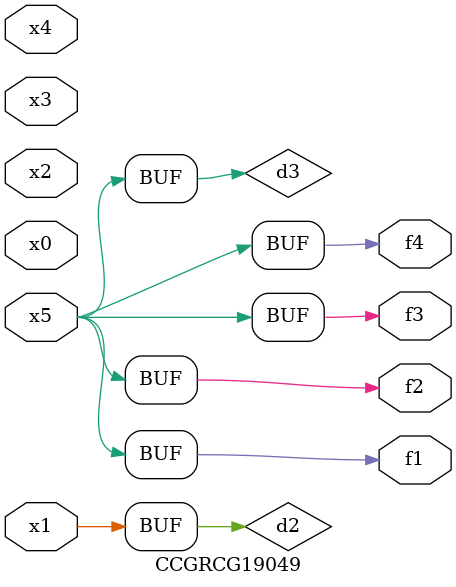
<source format=v>
module CCGRCG19049(
	input x0, x1, x2, x3, x4, x5,
	output f1, f2, f3, f4
);

	wire d1, d2, d3;

	not (d1, x5);
	or (d2, x1);
	xnor (d3, d1);
	assign f1 = d3;
	assign f2 = d3;
	assign f3 = d3;
	assign f4 = d3;
endmodule

</source>
